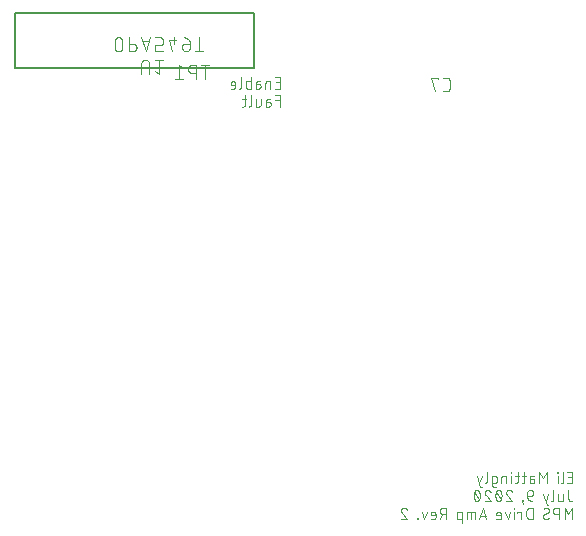
<source format=gbr>
G04 EAGLE Gerber RS-274X export*
G75*
%MOMM*%
%FSLAX34Y34*%
%LPD*%
%INSilkscreen Bottom*%
%IPPOS*%
%AMOC8*
5,1,8,0,0,1.08239X$1,22.5*%
G01*
%ADD10C,0.076200*%
%ADD11C,0.101600*%
%ADD12C,0.152400*%


D10*
X249442Y390271D02*
X253619Y390271D01*
X253619Y399669D01*
X249442Y399669D01*
X250486Y395492D02*
X253619Y395492D01*
X245799Y396536D02*
X245799Y390271D01*
X245799Y396536D02*
X243189Y396536D01*
X243112Y396534D01*
X243036Y396528D01*
X242959Y396519D01*
X242883Y396506D01*
X242809Y396489D01*
X242734Y396469D01*
X242661Y396444D01*
X242590Y396417D01*
X242519Y396386D01*
X242451Y396351D01*
X242384Y396313D01*
X242319Y396272D01*
X242256Y396228D01*
X242196Y396181D01*
X242137Y396130D01*
X242082Y396077D01*
X242029Y396022D01*
X241978Y395963D01*
X241931Y395903D01*
X241887Y395840D01*
X241846Y395775D01*
X241808Y395708D01*
X241773Y395640D01*
X241742Y395569D01*
X241715Y395498D01*
X241690Y395425D01*
X241670Y395351D01*
X241653Y395276D01*
X241640Y395200D01*
X241631Y395124D01*
X241625Y395047D01*
X241623Y394970D01*
X241622Y394970D02*
X241622Y390271D01*
X235788Y393926D02*
X233438Y393926D01*
X235788Y393925D02*
X235872Y393923D01*
X235957Y393917D01*
X236040Y393907D01*
X236124Y393894D01*
X236206Y393876D01*
X236288Y393855D01*
X236369Y393830D01*
X236448Y393802D01*
X236526Y393769D01*
X236602Y393733D01*
X236677Y393694D01*
X236750Y393651D01*
X236821Y393605D01*
X236889Y393556D01*
X236955Y393504D01*
X237019Y393448D01*
X237080Y393390D01*
X237138Y393329D01*
X237194Y393265D01*
X237246Y393199D01*
X237295Y393131D01*
X237341Y393060D01*
X237384Y392987D01*
X237423Y392912D01*
X237459Y392836D01*
X237492Y392758D01*
X237520Y392679D01*
X237545Y392598D01*
X237566Y392516D01*
X237584Y392434D01*
X237597Y392350D01*
X237607Y392267D01*
X237613Y392182D01*
X237615Y392098D01*
X237613Y392014D01*
X237607Y391929D01*
X237597Y391846D01*
X237584Y391762D01*
X237566Y391680D01*
X237545Y391598D01*
X237520Y391517D01*
X237492Y391438D01*
X237459Y391360D01*
X237423Y391284D01*
X237384Y391209D01*
X237341Y391136D01*
X237295Y391065D01*
X237246Y390997D01*
X237194Y390931D01*
X237138Y390867D01*
X237080Y390806D01*
X237019Y390748D01*
X236955Y390692D01*
X236889Y390640D01*
X236821Y390591D01*
X236750Y390545D01*
X236677Y390502D01*
X236602Y390463D01*
X236526Y390427D01*
X236448Y390394D01*
X236369Y390366D01*
X236288Y390341D01*
X236206Y390320D01*
X236124Y390302D01*
X236040Y390289D01*
X235957Y390279D01*
X235872Y390273D01*
X235788Y390271D01*
X233438Y390271D01*
X233438Y394970D01*
X233439Y394970D02*
X233441Y395047D01*
X233447Y395123D01*
X233456Y395200D01*
X233469Y395276D01*
X233486Y395351D01*
X233506Y395425D01*
X233531Y395498D01*
X233558Y395569D01*
X233589Y395640D01*
X233624Y395708D01*
X233662Y395775D01*
X233703Y395840D01*
X233747Y395903D01*
X233794Y395963D01*
X233845Y396022D01*
X233898Y396077D01*
X233953Y396130D01*
X234012Y396181D01*
X234072Y396228D01*
X234135Y396272D01*
X234200Y396313D01*
X234267Y396351D01*
X234335Y396386D01*
X234406Y396417D01*
X234477Y396444D01*
X234550Y396469D01*
X234625Y396489D01*
X234700Y396506D01*
X234775Y396519D01*
X234852Y396528D01*
X234928Y396534D01*
X235005Y396536D01*
X237093Y396536D01*
X228990Y399669D02*
X228990Y390271D01*
X226379Y390271D01*
X226302Y390273D01*
X226226Y390279D01*
X226149Y390288D01*
X226073Y390301D01*
X225999Y390318D01*
X225924Y390338D01*
X225851Y390363D01*
X225780Y390390D01*
X225709Y390421D01*
X225641Y390456D01*
X225574Y390494D01*
X225509Y390535D01*
X225446Y390579D01*
X225386Y390626D01*
X225327Y390677D01*
X225272Y390730D01*
X225219Y390785D01*
X225168Y390844D01*
X225121Y390904D01*
X225077Y390967D01*
X225036Y391032D01*
X224998Y391099D01*
X224963Y391167D01*
X224932Y391238D01*
X224905Y391309D01*
X224880Y391382D01*
X224860Y391456D01*
X224843Y391531D01*
X224830Y391607D01*
X224821Y391683D01*
X224815Y391760D01*
X224813Y391837D01*
X224813Y394970D01*
X224815Y395047D01*
X224821Y395123D01*
X224830Y395200D01*
X224843Y395276D01*
X224860Y395351D01*
X224880Y395425D01*
X224905Y395498D01*
X224932Y395569D01*
X224963Y395640D01*
X224998Y395708D01*
X225036Y395775D01*
X225077Y395840D01*
X225121Y395903D01*
X225168Y395963D01*
X225219Y396022D01*
X225272Y396077D01*
X225327Y396130D01*
X225386Y396181D01*
X225446Y396228D01*
X225509Y396272D01*
X225574Y396313D01*
X225641Y396351D01*
X225709Y396386D01*
X225780Y396417D01*
X225851Y396444D01*
X225924Y396469D01*
X225999Y396489D01*
X226074Y396506D01*
X226149Y396519D01*
X226226Y396528D01*
X226302Y396534D01*
X226379Y396536D01*
X228990Y396536D01*
X220985Y399669D02*
X220985Y391837D01*
X220983Y391760D01*
X220977Y391684D01*
X220968Y391607D01*
X220955Y391531D01*
X220938Y391456D01*
X220918Y391382D01*
X220893Y391309D01*
X220866Y391238D01*
X220835Y391167D01*
X220800Y391099D01*
X220762Y391032D01*
X220721Y390967D01*
X220677Y390904D01*
X220630Y390844D01*
X220579Y390785D01*
X220526Y390730D01*
X220471Y390677D01*
X220412Y390626D01*
X220352Y390579D01*
X220289Y390535D01*
X220224Y390494D01*
X220157Y390456D01*
X220089Y390421D01*
X220018Y390390D01*
X219947Y390363D01*
X219874Y390338D01*
X219800Y390318D01*
X219725Y390301D01*
X219649Y390288D01*
X219572Y390279D01*
X219496Y390273D01*
X219419Y390271D01*
X214668Y390271D02*
X212057Y390271D01*
X214668Y390271D02*
X214745Y390273D01*
X214821Y390279D01*
X214898Y390288D01*
X214974Y390301D01*
X215049Y390318D01*
X215123Y390338D01*
X215196Y390363D01*
X215267Y390390D01*
X215338Y390421D01*
X215406Y390456D01*
X215473Y390494D01*
X215538Y390535D01*
X215601Y390579D01*
X215661Y390626D01*
X215720Y390677D01*
X215775Y390730D01*
X215828Y390785D01*
X215879Y390844D01*
X215926Y390904D01*
X215970Y390967D01*
X216011Y391032D01*
X216049Y391099D01*
X216084Y391167D01*
X216115Y391238D01*
X216142Y391309D01*
X216167Y391382D01*
X216187Y391456D01*
X216204Y391531D01*
X216217Y391607D01*
X216226Y391684D01*
X216232Y391760D01*
X216234Y391837D01*
X216234Y394448D01*
X216233Y394448D02*
X216231Y394538D01*
X216225Y394627D01*
X216216Y394717D01*
X216202Y394806D01*
X216185Y394894D01*
X216164Y394981D01*
X216139Y395068D01*
X216110Y395153D01*
X216078Y395237D01*
X216043Y395319D01*
X216003Y395400D01*
X215961Y395479D01*
X215915Y395556D01*
X215865Y395631D01*
X215813Y395704D01*
X215757Y395775D01*
X215699Y395843D01*
X215637Y395908D01*
X215573Y395971D01*
X215506Y396031D01*
X215437Y396088D01*
X215365Y396142D01*
X215291Y396193D01*
X215215Y396241D01*
X215137Y396285D01*
X215057Y396326D01*
X214975Y396364D01*
X214892Y396398D01*
X214807Y396428D01*
X214721Y396455D01*
X214635Y396478D01*
X214547Y396497D01*
X214458Y396512D01*
X214369Y396524D01*
X214280Y396532D01*
X214190Y396536D01*
X214100Y396536D01*
X214010Y396532D01*
X213921Y396524D01*
X213832Y396512D01*
X213743Y396497D01*
X213655Y396478D01*
X213569Y396455D01*
X213483Y396428D01*
X213398Y396398D01*
X213315Y396364D01*
X213233Y396326D01*
X213153Y396285D01*
X213075Y396241D01*
X212999Y396193D01*
X212925Y396142D01*
X212853Y396088D01*
X212784Y396031D01*
X212717Y395971D01*
X212653Y395908D01*
X212591Y395843D01*
X212533Y395775D01*
X212477Y395704D01*
X212425Y395631D01*
X212375Y395556D01*
X212329Y395479D01*
X212287Y395400D01*
X212247Y395319D01*
X212212Y395237D01*
X212180Y395153D01*
X212151Y395068D01*
X212126Y394981D01*
X212105Y394894D01*
X212088Y394806D01*
X212074Y394717D01*
X212065Y394627D01*
X212059Y394538D01*
X212057Y394448D01*
X212057Y393404D01*
X216234Y393404D01*
X253619Y384429D02*
X253619Y375031D01*
X253619Y384429D02*
X249442Y384429D01*
X249442Y380252D02*
X253619Y380252D01*
X244322Y378686D02*
X241973Y378686D01*
X244322Y378685D02*
X244406Y378683D01*
X244491Y378677D01*
X244574Y378667D01*
X244658Y378654D01*
X244740Y378636D01*
X244822Y378615D01*
X244903Y378590D01*
X244982Y378562D01*
X245060Y378529D01*
X245136Y378493D01*
X245211Y378454D01*
X245284Y378411D01*
X245355Y378365D01*
X245423Y378316D01*
X245489Y378264D01*
X245553Y378208D01*
X245614Y378150D01*
X245672Y378089D01*
X245728Y378025D01*
X245780Y377959D01*
X245829Y377891D01*
X245875Y377820D01*
X245918Y377747D01*
X245957Y377672D01*
X245993Y377596D01*
X246026Y377518D01*
X246054Y377439D01*
X246079Y377358D01*
X246100Y377276D01*
X246118Y377194D01*
X246131Y377110D01*
X246141Y377027D01*
X246147Y376942D01*
X246149Y376858D01*
X246147Y376774D01*
X246141Y376689D01*
X246131Y376606D01*
X246118Y376522D01*
X246100Y376440D01*
X246079Y376358D01*
X246054Y376277D01*
X246026Y376198D01*
X245993Y376120D01*
X245957Y376044D01*
X245918Y375969D01*
X245875Y375896D01*
X245829Y375825D01*
X245780Y375757D01*
X245728Y375691D01*
X245672Y375627D01*
X245614Y375566D01*
X245553Y375508D01*
X245489Y375452D01*
X245423Y375400D01*
X245355Y375351D01*
X245284Y375305D01*
X245211Y375262D01*
X245136Y375223D01*
X245060Y375187D01*
X244982Y375154D01*
X244903Y375126D01*
X244822Y375101D01*
X244740Y375080D01*
X244658Y375062D01*
X244574Y375049D01*
X244491Y375039D01*
X244406Y375033D01*
X244322Y375031D01*
X241973Y375031D01*
X241973Y379730D01*
X241975Y379807D01*
X241981Y379883D01*
X241990Y379960D01*
X242003Y380036D01*
X242020Y380111D01*
X242040Y380185D01*
X242065Y380258D01*
X242092Y380329D01*
X242123Y380400D01*
X242158Y380468D01*
X242196Y380535D01*
X242237Y380600D01*
X242281Y380663D01*
X242328Y380723D01*
X242379Y380782D01*
X242432Y380837D01*
X242487Y380890D01*
X242546Y380941D01*
X242606Y380988D01*
X242669Y381032D01*
X242734Y381073D01*
X242801Y381111D01*
X242869Y381146D01*
X242940Y381177D01*
X243011Y381204D01*
X243084Y381229D01*
X243159Y381249D01*
X243234Y381266D01*
X243309Y381279D01*
X243386Y381288D01*
X243462Y381294D01*
X243539Y381296D01*
X245628Y381296D01*
X237570Y381296D02*
X237570Y376597D01*
X237569Y376597D02*
X237567Y376520D01*
X237561Y376444D01*
X237552Y376367D01*
X237539Y376291D01*
X237522Y376216D01*
X237502Y376142D01*
X237477Y376069D01*
X237450Y375998D01*
X237419Y375927D01*
X237384Y375859D01*
X237346Y375792D01*
X237305Y375727D01*
X237261Y375664D01*
X237214Y375604D01*
X237163Y375545D01*
X237110Y375490D01*
X237055Y375437D01*
X236996Y375386D01*
X236936Y375339D01*
X236873Y375295D01*
X236808Y375254D01*
X236741Y375216D01*
X236673Y375181D01*
X236602Y375150D01*
X236531Y375123D01*
X236458Y375098D01*
X236384Y375078D01*
X236309Y375061D01*
X236233Y375048D01*
X236156Y375039D01*
X236080Y375033D01*
X236003Y375031D01*
X233393Y375031D01*
X233393Y381296D01*
X229215Y384429D02*
X229215Y376597D01*
X229214Y376597D02*
X229212Y376520D01*
X229206Y376444D01*
X229197Y376367D01*
X229184Y376291D01*
X229167Y376216D01*
X229147Y376142D01*
X229122Y376069D01*
X229095Y375998D01*
X229064Y375927D01*
X229029Y375859D01*
X228991Y375792D01*
X228950Y375727D01*
X228906Y375664D01*
X228859Y375604D01*
X228808Y375545D01*
X228755Y375490D01*
X228700Y375437D01*
X228641Y375386D01*
X228581Y375339D01*
X228518Y375295D01*
X228453Y375254D01*
X228386Y375216D01*
X228318Y375181D01*
X228247Y375150D01*
X228176Y375123D01*
X228103Y375098D01*
X228029Y375078D01*
X227954Y375061D01*
X227878Y375048D01*
X227801Y375039D01*
X227725Y375033D01*
X227648Y375031D01*
X225232Y381296D02*
X222099Y381296D01*
X224188Y384429D02*
X224188Y376597D01*
X224186Y376520D01*
X224180Y376444D01*
X224171Y376367D01*
X224158Y376291D01*
X224141Y376216D01*
X224121Y376142D01*
X224096Y376069D01*
X224069Y375998D01*
X224038Y375927D01*
X224003Y375859D01*
X223965Y375792D01*
X223924Y375727D01*
X223880Y375664D01*
X223833Y375604D01*
X223782Y375545D01*
X223729Y375490D01*
X223674Y375437D01*
X223615Y375386D01*
X223555Y375339D01*
X223492Y375295D01*
X223427Y375254D01*
X223360Y375216D01*
X223292Y375181D01*
X223221Y375150D01*
X223150Y375123D01*
X223077Y375098D01*
X223003Y375078D01*
X222928Y375061D01*
X222852Y375048D01*
X222775Y375039D01*
X222699Y375033D01*
X222622Y375031D01*
X222099Y375031D01*
X497092Y56261D02*
X501269Y56261D01*
X501269Y65659D01*
X497092Y65659D01*
X498136Y61482D02*
X501269Y61482D01*
X493629Y57827D02*
X493629Y65659D01*
X493628Y57827D02*
X493626Y57750D01*
X493620Y57674D01*
X493611Y57597D01*
X493598Y57521D01*
X493581Y57446D01*
X493561Y57372D01*
X493536Y57299D01*
X493509Y57228D01*
X493478Y57157D01*
X493443Y57089D01*
X493405Y57022D01*
X493364Y56957D01*
X493320Y56894D01*
X493273Y56834D01*
X493222Y56775D01*
X493169Y56720D01*
X493114Y56667D01*
X493055Y56616D01*
X492995Y56569D01*
X492932Y56525D01*
X492867Y56484D01*
X492800Y56446D01*
X492732Y56411D01*
X492661Y56380D01*
X492590Y56353D01*
X492517Y56328D01*
X492443Y56308D01*
X492368Y56291D01*
X492292Y56278D01*
X492215Y56269D01*
X492139Y56263D01*
X492062Y56261D01*
X488922Y56261D02*
X488922Y62526D01*
X489183Y65137D02*
X489183Y65659D01*
X488661Y65659D01*
X488661Y65137D01*
X489183Y65137D01*
X479863Y65659D02*
X479863Y56261D01*
X476731Y60438D02*
X479863Y65659D01*
X476731Y60438D02*
X473598Y65659D01*
X473598Y56261D01*
X467588Y59916D02*
X465239Y59916D01*
X467588Y59915D02*
X467672Y59913D01*
X467757Y59907D01*
X467840Y59897D01*
X467924Y59884D01*
X468006Y59866D01*
X468088Y59845D01*
X468169Y59820D01*
X468248Y59792D01*
X468326Y59759D01*
X468402Y59723D01*
X468477Y59684D01*
X468550Y59641D01*
X468621Y59595D01*
X468689Y59546D01*
X468755Y59494D01*
X468819Y59438D01*
X468880Y59380D01*
X468938Y59319D01*
X468994Y59255D01*
X469046Y59189D01*
X469095Y59121D01*
X469141Y59050D01*
X469184Y58977D01*
X469223Y58902D01*
X469259Y58826D01*
X469292Y58748D01*
X469320Y58669D01*
X469345Y58588D01*
X469366Y58506D01*
X469384Y58424D01*
X469397Y58340D01*
X469407Y58257D01*
X469413Y58172D01*
X469415Y58088D01*
X469413Y58004D01*
X469407Y57919D01*
X469397Y57836D01*
X469384Y57752D01*
X469366Y57670D01*
X469345Y57588D01*
X469320Y57507D01*
X469292Y57428D01*
X469259Y57350D01*
X469223Y57274D01*
X469184Y57199D01*
X469141Y57126D01*
X469095Y57055D01*
X469046Y56987D01*
X468994Y56921D01*
X468938Y56857D01*
X468880Y56796D01*
X468819Y56738D01*
X468755Y56682D01*
X468689Y56630D01*
X468621Y56581D01*
X468550Y56535D01*
X468477Y56492D01*
X468402Y56453D01*
X468326Y56417D01*
X468248Y56384D01*
X468169Y56356D01*
X468088Y56331D01*
X468006Y56310D01*
X467924Y56292D01*
X467840Y56279D01*
X467757Y56269D01*
X467672Y56263D01*
X467588Y56261D01*
X465239Y56261D01*
X465239Y60960D01*
X465241Y61037D01*
X465247Y61113D01*
X465256Y61190D01*
X465269Y61266D01*
X465286Y61341D01*
X465306Y61415D01*
X465331Y61488D01*
X465358Y61559D01*
X465389Y61630D01*
X465424Y61698D01*
X465462Y61765D01*
X465503Y61830D01*
X465547Y61893D01*
X465594Y61953D01*
X465645Y62012D01*
X465698Y62067D01*
X465753Y62120D01*
X465812Y62171D01*
X465872Y62218D01*
X465935Y62262D01*
X466000Y62303D01*
X466067Y62341D01*
X466135Y62376D01*
X466206Y62407D01*
X466277Y62434D01*
X466350Y62459D01*
X466425Y62479D01*
X466500Y62496D01*
X466575Y62509D01*
X466652Y62518D01*
X466728Y62524D01*
X466805Y62526D01*
X468894Y62526D01*
X461909Y62526D02*
X458777Y62526D01*
X460865Y65659D02*
X460865Y57827D01*
X460863Y57750D01*
X460857Y57674D01*
X460848Y57597D01*
X460835Y57521D01*
X460818Y57446D01*
X460798Y57372D01*
X460773Y57299D01*
X460746Y57228D01*
X460715Y57157D01*
X460680Y57089D01*
X460642Y57022D01*
X460601Y56957D01*
X460557Y56894D01*
X460510Y56834D01*
X460459Y56775D01*
X460406Y56720D01*
X460351Y56667D01*
X460292Y56616D01*
X460232Y56569D01*
X460169Y56525D01*
X460104Y56484D01*
X460037Y56446D01*
X459969Y56411D01*
X459898Y56380D01*
X459827Y56353D01*
X459754Y56328D01*
X459680Y56308D01*
X459605Y56291D01*
X459529Y56278D01*
X459452Y56269D01*
X459376Y56263D01*
X459299Y56261D01*
X458777Y56261D01*
X456118Y62526D02*
X452986Y62526D01*
X455074Y65659D02*
X455074Y57827D01*
X455072Y57750D01*
X455066Y57674D01*
X455057Y57597D01*
X455044Y57521D01*
X455027Y57446D01*
X455007Y57372D01*
X454982Y57299D01*
X454955Y57228D01*
X454924Y57157D01*
X454889Y57089D01*
X454851Y57022D01*
X454810Y56957D01*
X454766Y56894D01*
X454719Y56834D01*
X454668Y56775D01*
X454615Y56720D01*
X454560Y56667D01*
X454501Y56616D01*
X454441Y56569D01*
X454378Y56525D01*
X454313Y56484D01*
X454246Y56446D01*
X454178Y56411D01*
X454107Y56380D01*
X454036Y56353D01*
X453963Y56328D01*
X453889Y56308D01*
X453814Y56291D01*
X453738Y56278D01*
X453661Y56269D01*
X453585Y56263D01*
X453508Y56261D01*
X452986Y56261D01*
X449604Y56261D02*
X449604Y62526D01*
X449865Y65137D02*
X449865Y65659D01*
X449342Y65659D01*
X449342Y65137D01*
X449865Y65137D01*
X445596Y62526D02*
X445596Y56261D01*
X445596Y62526D02*
X442985Y62526D01*
X442908Y62524D01*
X442832Y62518D01*
X442755Y62509D01*
X442679Y62496D01*
X442605Y62479D01*
X442530Y62459D01*
X442457Y62434D01*
X442386Y62407D01*
X442315Y62376D01*
X442247Y62341D01*
X442180Y62303D01*
X442115Y62262D01*
X442052Y62218D01*
X441992Y62171D01*
X441933Y62120D01*
X441878Y62067D01*
X441825Y62012D01*
X441774Y61953D01*
X441727Y61893D01*
X441683Y61830D01*
X441642Y61765D01*
X441604Y61698D01*
X441569Y61630D01*
X441538Y61559D01*
X441511Y61488D01*
X441486Y61415D01*
X441466Y61341D01*
X441449Y61266D01*
X441436Y61190D01*
X441427Y61114D01*
X441421Y61037D01*
X441419Y60960D01*
X441419Y56261D01*
X435846Y56261D02*
X433235Y56261D01*
X435846Y56261D02*
X435923Y56263D01*
X435999Y56269D01*
X436076Y56278D01*
X436152Y56291D01*
X436227Y56308D01*
X436301Y56328D01*
X436374Y56353D01*
X436445Y56380D01*
X436516Y56411D01*
X436584Y56446D01*
X436651Y56484D01*
X436716Y56525D01*
X436779Y56569D01*
X436839Y56616D01*
X436898Y56667D01*
X436953Y56720D01*
X437006Y56775D01*
X437057Y56834D01*
X437104Y56894D01*
X437148Y56957D01*
X437189Y57022D01*
X437227Y57089D01*
X437262Y57157D01*
X437293Y57228D01*
X437320Y57299D01*
X437345Y57372D01*
X437365Y57446D01*
X437382Y57521D01*
X437395Y57597D01*
X437404Y57674D01*
X437410Y57750D01*
X437412Y57827D01*
X437412Y60960D01*
X437410Y61037D01*
X437404Y61113D01*
X437395Y61190D01*
X437382Y61266D01*
X437365Y61341D01*
X437345Y61415D01*
X437320Y61488D01*
X437293Y61559D01*
X437262Y61630D01*
X437227Y61698D01*
X437189Y61765D01*
X437148Y61830D01*
X437104Y61893D01*
X437057Y61953D01*
X437006Y62012D01*
X436953Y62067D01*
X436898Y62120D01*
X436839Y62171D01*
X436779Y62218D01*
X436716Y62262D01*
X436651Y62303D01*
X436584Y62341D01*
X436516Y62376D01*
X436445Y62407D01*
X436374Y62434D01*
X436301Y62459D01*
X436227Y62479D01*
X436152Y62496D01*
X436076Y62509D01*
X435999Y62518D01*
X435923Y62524D01*
X435846Y62526D01*
X433235Y62526D01*
X433235Y54695D01*
X433236Y54695D02*
X433238Y54618D01*
X433244Y54542D01*
X433253Y54465D01*
X433266Y54389D01*
X433283Y54314D01*
X433303Y54240D01*
X433328Y54167D01*
X433355Y54096D01*
X433386Y54025D01*
X433421Y53957D01*
X433459Y53890D01*
X433500Y53825D01*
X433544Y53762D01*
X433591Y53702D01*
X433642Y53643D01*
X433695Y53588D01*
X433750Y53535D01*
X433809Y53484D01*
X433869Y53437D01*
X433932Y53393D01*
X433997Y53352D01*
X434064Y53314D01*
X434132Y53279D01*
X434203Y53248D01*
X434274Y53221D01*
X434347Y53196D01*
X434421Y53176D01*
X434496Y53159D01*
X434572Y53146D01*
X434649Y53137D01*
X434725Y53131D01*
X434802Y53129D01*
X434802Y53128D02*
X436890Y53128D01*
X429011Y57827D02*
X429011Y65659D01*
X429011Y57827D02*
X429009Y57750D01*
X429003Y57674D01*
X428994Y57597D01*
X428981Y57521D01*
X428964Y57446D01*
X428944Y57372D01*
X428919Y57299D01*
X428892Y57228D01*
X428861Y57157D01*
X428826Y57089D01*
X428788Y57022D01*
X428747Y56957D01*
X428703Y56894D01*
X428656Y56834D01*
X428605Y56775D01*
X428552Y56720D01*
X428497Y56667D01*
X428438Y56616D01*
X428378Y56569D01*
X428315Y56525D01*
X428250Y56484D01*
X428183Y56446D01*
X428115Y56411D01*
X428044Y56380D01*
X427973Y56353D01*
X427900Y56328D01*
X427826Y56308D01*
X427751Y56291D01*
X427675Y56278D01*
X427598Y56269D01*
X427522Y56263D01*
X427445Y56261D01*
X424565Y53128D02*
X423521Y53128D01*
X420388Y62526D01*
X424565Y62526D02*
X422476Y56261D01*
X498136Y50419D02*
X498136Y43109D01*
X498137Y43109D02*
X498139Y43020D01*
X498145Y42932D01*
X498154Y42844D01*
X498167Y42756D01*
X498184Y42669D01*
X498204Y42583D01*
X498229Y42498D01*
X498256Y42413D01*
X498288Y42330D01*
X498322Y42249D01*
X498361Y42169D01*
X498402Y42091D01*
X498447Y42014D01*
X498495Y41940D01*
X498546Y41867D01*
X498600Y41797D01*
X498658Y41730D01*
X498718Y41664D01*
X498780Y41602D01*
X498846Y41542D01*
X498913Y41484D01*
X498983Y41430D01*
X499056Y41379D01*
X499130Y41331D01*
X499207Y41286D01*
X499285Y41245D01*
X499365Y41206D01*
X499446Y41172D01*
X499529Y41140D01*
X499614Y41113D01*
X499699Y41088D01*
X499785Y41068D01*
X499872Y41051D01*
X499960Y41038D01*
X500048Y41029D01*
X500136Y41023D01*
X500225Y41021D01*
X501269Y41021D01*
X493727Y42587D02*
X493727Y47286D01*
X493727Y42587D02*
X493725Y42510D01*
X493719Y42434D01*
X493710Y42357D01*
X493697Y42281D01*
X493680Y42206D01*
X493660Y42132D01*
X493635Y42059D01*
X493608Y41988D01*
X493577Y41917D01*
X493542Y41849D01*
X493504Y41782D01*
X493463Y41717D01*
X493419Y41654D01*
X493372Y41594D01*
X493321Y41535D01*
X493268Y41480D01*
X493213Y41427D01*
X493154Y41376D01*
X493094Y41329D01*
X493031Y41285D01*
X492966Y41244D01*
X492899Y41206D01*
X492831Y41171D01*
X492760Y41140D01*
X492689Y41113D01*
X492616Y41088D01*
X492542Y41068D01*
X492467Y41051D01*
X492391Y41038D01*
X492314Y41029D01*
X492238Y41023D01*
X492161Y41021D01*
X489551Y41021D01*
X489551Y47286D01*
X485372Y50419D02*
X485372Y42587D01*
X485370Y42510D01*
X485364Y42434D01*
X485355Y42357D01*
X485342Y42281D01*
X485325Y42206D01*
X485305Y42132D01*
X485280Y42059D01*
X485253Y41988D01*
X485222Y41917D01*
X485187Y41849D01*
X485149Y41782D01*
X485108Y41717D01*
X485064Y41654D01*
X485017Y41594D01*
X484966Y41535D01*
X484913Y41480D01*
X484858Y41427D01*
X484799Y41376D01*
X484739Y41329D01*
X484676Y41285D01*
X484611Y41244D01*
X484544Y41206D01*
X484476Y41171D01*
X484405Y41140D01*
X484334Y41113D01*
X484261Y41088D01*
X484187Y41068D01*
X484112Y41051D01*
X484036Y41038D01*
X483959Y41029D01*
X483883Y41023D01*
X483806Y41021D01*
X480926Y37888D02*
X479882Y37888D01*
X476749Y47286D01*
X480926Y47286D02*
X478837Y41021D01*
X466253Y45198D02*
X463121Y45198D01*
X466253Y45198D02*
X466342Y45200D01*
X466430Y45206D01*
X466518Y45215D01*
X466606Y45228D01*
X466693Y45245D01*
X466779Y45265D01*
X466864Y45290D01*
X466949Y45317D01*
X467032Y45349D01*
X467113Y45383D01*
X467193Y45422D01*
X467271Y45463D01*
X467348Y45508D01*
X467422Y45556D01*
X467495Y45607D01*
X467565Y45661D01*
X467632Y45719D01*
X467698Y45779D01*
X467760Y45841D01*
X467820Y45907D01*
X467878Y45974D01*
X467932Y46044D01*
X467983Y46117D01*
X468031Y46191D01*
X468076Y46268D01*
X468117Y46346D01*
X468156Y46426D01*
X468190Y46507D01*
X468222Y46590D01*
X468249Y46675D01*
X468274Y46760D01*
X468294Y46846D01*
X468311Y46933D01*
X468324Y47021D01*
X468333Y47109D01*
X468339Y47197D01*
X468341Y47286D01*
X468342Y47286D02*
X468342Y47808D01*
X468340Y47909D01*
X468334Y48010D01*
X468324Y48111D01*
X468311Y48211D01*
X468293Y48311D01*
X468272Y48410D01*
X468246Y48508D01*
X468217Y48605D01*
X468185Y48701D01*
X468148Y48795D01*
X468108Y48888D01*
X468064Y48980D01*
X468017Y49069D01*
X467966Y49157D01*
X467912Y49243D01*
X467855Y49326D01*
X467795Y49408D01*
X467731Y49486D01*
X467665Y49563D01*
X467595Y49636D01*
X467523Y49707D01*
X467448Y49775D01*
X467370Y49840D01*
X467290Y49902D01*
X467208Y49961D01*
X467123Y50017D01*
X467037Y50069D01*
X466948Y50118D01*
X466857Y50164D01*
X466765Y50205D01*
X466671Y50244D01*
X466576Y50278D01*
X466480Y50309D01*
X466382Y50336D01*
X466284Y50360D01*
X466184Y50379D01*
X466084Y50395D01*
X465984Y50407D01*
X465883Y50415D01*
X465782Y50419D01*
X465680Y50419D01*
X465579Y50415D01*
X465478Y50407D01*
X465378Y50395D01*
X465278Y50379D01*
X465178Y50360D01*
X465080Y50336D01*
X464982Y50309D01*
X464886Y50278D01*
X464791Y50244D01*
X464697Y50205D01*
X464605Y50164D01*
X464514Y50118D01*
X464426Y50069D01*
X464339Y50017D01*
X464254Y49961D01*
X464172Y49902D01*
X464092Y49840D01*
X464014Y49775D01*
X463939Y49707D01*
X463867Y49636D01*
X463797Y49563D01*
X463731Y49486D01*
X463667Y49408D01*
X463607Y49326D01*
X463550Y49243D01*
X463496Y49157D01*
X463445Y49069D01*
X463398Y48980D01*
X463354Y48888D01*
X463314Y48795D01*
X463277Y48701D01*
X463245Y48605D01*
X463216Y48508D01*
X463190Y48410D01*
X463169Y48311D01*
X463151Y48211D01*
X463138Y48111D01*
X463128Y48010D01*
X463122Y47909D01*
X463120Y47808D01*
X463121Y47808D02*
X463121Y45198D01*
X463120Y45198D02*
X463122Y45072D01*
X463128Y44946D01*
X463137Y44820D01*
X463150Y44695D01*
X463168Y44570D01*
X463188Y44445D01*
X463213Y44321D01*
X463241Y44198D01*
X463273Y44076D01*
X463309Y43955D01*
X463348Y43835D01*
X463391Y43717D01*
X463438Y43600D01*
X463488Y43484D01*
X463542Y43369D01*
X463598Y43257D01*
X463659Y43146D01*
X463722Y43037D01*
X463789Y42930D01*
X463859Y42825D01*
X463933Y42722D01*
X464009Y42622D01*
X464088Y42524D01*
X464170Y42428D01*
X464256Y42335D01*
X464343Y42244D01*
X464434Y42157D01*
X464527Y42071D01*
X464623Y41989D01*
X464721Y41910D01*
X464821Y41834D01*
X464924Y41760D01*
X465029Y41690D01*
X465136Y41623D01*
X465245Y41560D01*
X465356Y41499D01*
X465468Y41443D01*
X465583Y41389D01*
X465699Y41339D01*
X465816Y41292D01*
X465934Y41249D01*
X466054Y41210D01*
X466175Y41174D01*
X466297Y41142D01*
X466420Y41114D01*
X466544Y41089D01*
X466669Y41069D01*
X466794Y41051D01*
X466919Y41038D01*
X467045Y41029D01*
X467171Y41023D01*
X467297Y41021D01*
X459625Y41021D02*
X459103Y41021D01*
X459625Y41021D02*
X459625Y41543D01*
X459103Y41543D01*
X459103Y41021D01*
X459886Y38933D01*
X447792Y50420D02*
X447697Y50418D01*
X447603Y50412D01*
X447509Y50403D01*
X447415Y50390D01*
X447322Y50373D01*
X447230Y50352D01*
X447138Y50327D01*
X447048Y50299D01*
X446959Y50267D01*
X446871Y50232D01*
X446785Y50193D01*
X446700Y50151D01*
X446617Y50105D01*
X446536Y50056D01*
X446457Y50004D01*
X446380Y49949D01*
X446306Y49890D01*
X446234Y49829D01*
X446164Y49765D01*
X446097Y49698D01*
X446033Y49628D01*
X445972Y49556D01*
X445913Y49482D01*
X445858Y49405D01*
X445806Y49326D01*
X445757Y49245D01*
X445711Y49162D01*
X445669Y49077D01*
X445630Y48991D01*
X445595Y48903D01*
X445563Y48814D01*
X445535Y48724D01*
X445510Y48632D01*
X445489Y48540D01*
X445472Y48447D01*
X445459Y48353D01*
X445450Y48259D01*
X445444Y48165D01*
X445442Y48070D01*
X447792Y50419D02*
X447900Y50417D01*
X448009Y50411D01*
X448117Y50401D01*
X448224Y50388D01*
X448331Y50370D01*
X448438Y50349D01*
X448543Y50324D01*
X448648Y50295D01*
X448751Y50263D01*
X448853Y50226D01*
X448954Y50186D01*
X449053Y50143D01*
X449151Y50096D01*
X449247Y50045D01*
X449341Y49991D01*
X449433Y49934D01*
X449523Y49873D01*
X449611Y49809D01*
X449696Y49743D01*
X449779Y49673D01*
X449859Y49600D01*
X449937Y49524D01*
X450012Y49446D01*
X450084Y49365D01*
X450153Y49281D01*
X450219Y49195D01*
X450282Y49107D01*
X450341Y49016D01*
X450398Y48924D01*
X450451Y48829D01*
X450500Y48732D01*
X450546Y48634D01*
X450589Y48535D01*
X450628Y48433D01*
X450663Y48331D01*
X446225Y46242D02*
X446156Y46311D01*
X446090Y46382D01*
X446026Y46455D01*
X445965Y46531D01*
X445907Y46610D01*
X445853Y46690D01*
X445801Y46773D01*
X445753Y46857D01*
X445707Y46943D01*
X445666Y47031D01*
X445627Y47121D01*
X445592Y47212D01*
X445561Y47304D01*
X445533Y47397D01*
X445509Y47491D01*
X445489Y47586D01*
X445472Y47682D01*
X445459Y47779D01*
X445450Y47876D01*
X445444Y47973D01*
X445442Y48070D01*
X446225Y46242D02*
X450663Y41021D01*
X445442Y41021D01*
X441520Y45720D02*
X441518Y45905D01*
X441511Y46090D01*
X441500Y46274D01*
X441485Y46458D01*
X441465Y46642D01*
X441441Y46826D01*
X441412Y47008D01*
X441379Y47190D01*
X441342Y47371D01*
X441300Y47551D01*
X441254Y47731D01*
X441204Y47909D01*
X441150Y48085D01*
X441091Y48261D01*
X441029Y48435D01*
X440962Y48607D01*
X440891Y48778D01*
X440816Y48947D01*
X440737Y49114D01*
X440707Y49194D01*
X440674Y49273D01*
X440637Y49350D01*
X440597Y49426D01*
X440554Y49500D01*
X440508Y49572D01*
X440458Y49641D01*
X440406Y49709D01*
X440350Y49774D01*
X440292Y49837D01*
X440230Y49896D01*
X440167Y49954D01*
X440100Y50008D01*
X440032Y50059D01*
X439961Y50107D01*
X439888Y50152D01*
X439814Y50194D01*
X439737Y50232D01*
X439659Y50267D01*
X439580Y50299D01*
X439499Y50327D01*
X439417Y50351D01*
X439333Y50372D01*
X439250Y50389D01*
X439165Y50402D01*
X439080Y50411D01*
X438995Y50417D01*
X438909Y50419D01*
X438823Y50417D01*
X438738Y50411D01*
X438653Y50402D01*
X438568Y50389D01*
X438485Y50372D01*
X438401Y50351D01*
X438319Y50327D01*
X438239Y50299D01*
X438159Y50267D01*
X438081Y50232D01*
X438004Y50194D01*
X437930Y50152D01*
X437857Y50107D01*
X437786Y50059D01*
X437718Y50008D01*
X437651Y49954D01*
X437588Y49896D01*
X437527Y49837D01*
X437468Y49774D01*
X437413Y49709D01*
X437360Y49641D01*
X437310Y49572D01*
X437264Y49500D01*
X437221Y49426D01*
X437181Y49350D01*
X437144Y49273D01*
X437111Y49194D01*
X437081Y49114D01*
X437002Y48947D01*
X436927Y48778D01*
X436856Y48607D01*
X436789Y48435D01*
X436727Y48261D01*
X436668Y48085D01*
X436614Y47909D01*
X436564Y47731D01*
X436518Y47551D01*
X436476Y47371D01*
X436439Y47190D01*
X436406Y47008D01*
X436377Y46826D01*
X436353Y46642D01*
X436333Y46458D01*
X436318Y46274D01*
X436307Y46090D01*
X436300Y45905D01*
X436298Y45720D01*
X441520Y45720D02*
X441518Y45535D01*
X441511Y45350D01*
X441500Y45166D01*
X441485Y44982D01*
X441465Y44798D01*
X441441Y44614D01*
X441412Y44432D01*
X441379Y44250D01*
X441342Y44069D01*
X441300Y43889D01*
X441254Y43709D01*
X441204Y43531D01*
X441150Y43355D01*
X441091Y43179D01*
X441029Y43005D01*
X440962Y42833D01*
X440891Y42662D01*
X440816Y42493D01*
X440737Y42326D01*
X440707Y42246D01*
X440674Y42167D01*
X440637Y42090D01*
X440597Y42014D01*
X440554Y41940D01*
X440508Y41868D01*
X440458Y41799D01*
X440405Y41731D01*
X440350Y41666D01*
X440291Y41603D01*
X440230Y41544D01*
X440167Y41486D01*
X440100Y41432D01*
X440032Y41381D01*
X439961Y41333D01*
X439888Y41288D01*
X439814Y41246D01*
X439737Y41208D01*
X439659Y41173D01*
X439580Y41141D01*
X439499Y41113D01*
X439417Y41089D01*
X439333Y41068D01*
X439250Y41051D01*
X439165Y41038D01*
X439080Y41029D01*
X438995Y41023D01*
X438909Y41021D01*
X437081Y42326D02*
X437002Y42493D01*
X436927Y42662D01*
X436856Y42833D01*
X436789Y43005D01*
X436727Y43179D01*
X436668Y43355D01*
X436614Y43531D01*
X436564Y43709D01*
X436518Y43889D01*
X436476Y44069D01*
X436439Y44250D01*
X436406Y44432D01*
X436377Y44614D01*
X436353Y44798D01*
X436333Y44982D01*
X436318Y45166D01*
X436307Y45350D01*
X436300Y45535D01*
X436298Y45720D01*
X437081Y42326D02*
X437111Y42246D01*
X437144Y42167D01*
X437181Y42090D01*
X437221Y42014D01*
X437264Y41940D01*
X437310Y41868D01*
X437360Y41799D01*
X437413Y41731D01*
X437468Y41666D01*
X437527Y41603D01*
X437588Y41544D01*
X437651Y41486D01*
X437718Y41432D01*
X437786Y41381D01*
X437857Y41333D01*
X437930Y41288D01*
X438004Y41246D01*
X438081Y41208D01*
X438159Y41173D01*
X438239Y41141D01*
X438319Y41113D01*
X438401Y41089D01*
X438485Y41068D01*
X438568Y41051D01*
X438653Y41038D01*
X438738Y41029D01*
X438823Y41023D01*
X438909Y41021D01*
X440997Y43109D02*
X436820Y48331D01*
X429504Y50420D02*
X429409Y50418D01*
X429315Y50412D01*
X429221Y50403D01*
X429127Y50390D01*
X429034Y50373D01*
X428942Y50352D01*
X428850Y50327D01*
X428760Y50299D01*
X428671Y50267D01*
X428583Y50232D01*
X428497Y50193D01*
X428412Y50151D01*
X428329Y50105D01*
X428248Y50056D01*
X428169Y50004D01*
X428092Y49949D01*
X428018Y49890D01*
X427946Y49829D01*
X427876Y49765D01*
X427809Y49698D01*
X427745Y49628D01*
X427684Y49556D01*
X427625Y49482D01*
X427570Y49405D01*
X427518Y49326D01*
X427469Y49245D01*
X427423Y49162D01*
X427381Y49077D01*
X427342Y48991D01*
X427307Y48903D01*
X427275Y48814D01*
X427247Y48724D01*
X427222Y48632D01*
X427201Y48540D01*
X427184Y48447D01*
X427171Y48353D01*
X427162Y48259D01*
X427156Y48165D01*
X427154Y48070D01*
X429504Y50419D02*
X429612Y50417D01*
X429721Y50411D01*
X429829Y50401D01*
X429936Y50388D01*
X430043Y50370D01*
X430150Y50349D01*
X430255Y50324D01*
X430360Y50295D01*
X430463Y50263D01*
X430565Y50226D01*
X430666Y50186D01*
X430765Y50143D01*
X430863Y50096D01*
X430959Y50045D01*
X431053Y49991D01*
X431145Y49934D01*
X431235Y49873D01*
X431323Y49809D01*
X431408Y49743D01*
X431491Y49673D01*
X431571Y49600D01*
X431649Y49524D01*
X431724Y49446D01*
X431796Y49365D01*
X431865Y49281D01*
X431931Y49195D01*
X431994Y49107D01*
X432053Y49016D01*
X432110Y48924D01*
X432163Y48829D01*
X432212Y48732D01*
X432258Y48634D01*
X432301Y48535D01*
X432340Y48433D01*
X432375Y48331D01*
X427937Y46242D02*
X427868Y46311D01*
X427802Y46382D01*
X427738Y46455D01*
X427677Y46531D01*
X427619Y46610D01*
X427565Y46690D01*
X427513Y46773D01*
X427465Y46857D01*
X427419Y46943D01*
X427378Y47031D01*
X427339Y47121D01*
X427304Y47212D01*
X427273Y47304D01*
X427245Y47397D01*
X427221Y47491D01*
X427201Y47586D01*
X427184Y47682D01*
X427171Y47779D01*
X427162Y47876D01*
X427156Y47973D01*
X427154Y48070D01*
X427938Y46242D02*
X432375Y41021D01*
X427154Y41021D01*
X423232Y45720D02*
X423230Y45905D01*
X423223Y46090D01*
X423212Y46274D01*
X423197Y46458D01*
X423177Y46642D01*
X423153Y46826D01*
X423124Y47008D01*
X423091Y47190D01*
X423054Y47371D01*
X423012Y47551D01*
X422966Y47731D01*
X422916Y47909D01*
X422862Y48085D01*
X422803Y48261D01*
X422741Y48435D01*
X422674Y48607D01*
X422603Y48778D01*
X422528Y48947D01*
X422449Y49114D01*
X422419Y49194D01*
X422386Y49273D01*
X422349Y49350D01*
X422309Y49426D01*
X422266Y49500D01*
X422220Y49572D01*
X422170Y49641D01*
X422118Y49709D01*
X422062Y49774D01*
X422004Y49837D01*
X421942Y49896D01*
X421879Y49954D01*
X421812Y50008D01*
X421744Y50059D01*
X421673Y50107D01*
X421600Y50152D01*
X421526Y50194D01*
X421449Y50232D01*
X421371Y50267D01*
X421292Y50299D01*
X421211Y50327D01*
X421129Y50351D01*
X421045Y50372D01*
X420962Y50389D01*
X420877Y50402D01*
X420792Y50411D01*
X420707Y50417D01*
X420621Y50419D01*
X420535Y50417D01*
X420450Y50411D01*
X420365Y50402D01*
X420280Y50389D01*
X420197Y50372D01*
X420113Y50351D01*
X420031Y50327D01*
X419951Y50299D01*
X419871Y50267D01*
X419793Y50232D01*
X419716Y50194D01*
X419642Y50152D01*
X419569Y50107D01*
X419498Y50059D01*
X419430Y50008D01*
X419363Y49954D01*
X419300Y49896D01*
X419239Y49837D01*
X419180Y49774D01*
X419125Y49709D01*
X419072Y49641D01*
X419022Y49572D01*
X418976Y49500D01*
X418933Y49426D01*
X418893Y49350D01*
X418856Y49273D01*
X418823Y49194D01*
X418793Y49114D01*
X418714Y48947D01*
X418639Y48778D01*
X418568Y48607D01*
X418501Y48435D01*
X418439Y48261D01*
X418380Y48085D01*
X418326Y47909D01*
X418276Y47731D01*
X418230Y47551D01*
X418188Y47371D01*
X418151Y47190D01*
X418118Y47008D01*
X418089Y46826D01*
X418065Y46642D01*
X418045Y46458D01*
X418030Y46274D01*
X418019Y46090D01*
X418012Y45905D01*
X418010Y45720D01*
X423232Y45720D02*
X423230Y45535D01*
X423223Y45350D01*
X423212Y45166D01*
X423197Y44982D01*
X423177Y44798D01*
X423153Y44614D01*
X423124Y44432D01*
X423091Y44250D01*
X423054Y44069D01*
X423012Y43889D01*
X422966Y43709D01*
X422916Y43531D01*
X422862Y43355D01*
X422803Y43179D01*
X422741Y43005D01*
X422674Y42833D01*
X422603Y42662D01*
X422528Y42493D01*
X422449Y42326D01*
X422419Y42246D01*
X422386Y42167D01*
X422349Y42090D01*
X422309Y42014D01*
X422266Y41940D01*
X422220Y41868D01*
X422170Y41799D01*
X422117Y41731D01*
X422062Y41666D01*
X422003Y41603D01*
X421942Y41544D01*
X421879Y41486D01*
X421812Y41432D01*
X421744Y41381D01*
X421673Y41333D01*
X421600Y41288D01*
X421526Y41246D01*
X421449Y41208D01*
X421371Y41173D01*
X421292Y41141D01*
X421211Y41113D01*
X421129Y41089D01*
X421045Y41068D01*
X420962Y41051D01*
X420877Y41038D01*
X420792Y41029D01*
X420707Y41023D01*
X420621Y41021D01*
X418793Y42326D02*
X418714Y42493D01*
X418639Y42662D01*
X418568Y42833D01*
X418501Y43005D01*
X418439Y43179D01*
X418380Y43355D01*
X418326Y43531D01*
X418276Y43709D01*
X418230Y43889D01*
X418188Y44069D01*
X418151Y44250D01*
X418118Y44432D01*
X418089Y44614D01*
X418065Y44798D01*
X418045Y44982D01*
X418030Y45166D01*
X418019Y45350D01*
X418012Y45535D01*
X418010Y45720D01*
X418793Y42326D02*
X418823Y42246D01*
X418856Y42167D01*
X418893Y42090D01*
X418933Y42014D01*
X418976Y41940D01*
X419022Y41868D01*
X419072Y41799D01*
X419125Y41731D01*
X419180Y41666D01*
X419239Y41603D01*
X419300Y41544D01*
X419363Y41486D01*
X419430Y41432D01*
X419498Y41381D01*
X419569Y41333D01*
X419642Y41288D01*
X419716Y41246D01*
X419793Y41208D01*
X419871Y41173D01*
X419951Y41141D01*
X420031Y41113D01*
X420113Y41089D01*
X420197Y41068D01*
X420280Y41051D01*
X420365Y41038D01*
X420450Y41029D01*
X420535Y41023D01*
X420621Y41021D01*
X422709Y43109D02*
X418533Y48331D01*
X501269Y35179D02*
X501269Y25781D01*
X498136Y29958D02*
X501269Y35179D01*
X498136Y29958D02*
X495004Y35179D01*
X495004Y25781D01*
X490253Y25781D02*
X490253Y35179D01*
X487642Y35179D01*
X487541Y35177D01*
X487440Y35171D01*
X487339Y35161D01*
X487239Y35148D01*
X487139Y35130D01*
X487040Y35109D01*
X486942Y35083D01*
X486845Y35054D01*
X486749Y35022D01*
X486655Y34985D01*
X486562Y34945D01*
X486470Y34901D01*
X486381Y34854D01*
X486293Y34803D01*
X486207Y34749D01*
X486124Y34692D01*
X486042Y34632D01*
X485964Y34568D01*
X485887Y34502D01*
X485814Y34432D01*
X485743Y34360D01*
X485675Y34285D01*
X485610Y34207D01*
X485548Y34127D01*
X485489Y34045D01*
X485433Y33960D01*
X485381Y33874D01*
X485332Y33785D01*
X485286Y33694D01*
X485245Y33602D01*
X485206Y33508D01*
X485172Y33413D01*
X485141Y33317D01*
X485114Y33219D01*
X485090Y33121D01*
X485071Y33021D01*
X485055Y32921D01*
X485043Y32821D01*
X485035Y32720D01*
X485031Y32619D01*
X485031Y32517D01*
X485035Y32416D01*
X485043Y32315D01*
X485055Y32215D01*
X485071Y32115D01*
X485090Y32015D01*
X485114Y31917D01*
X485141Y31819D01*
X485172Y31723D01*
X485206Y31628D01*
X485245Y31534D01*
X485286Y31442D01*
X485332Y31351D01*
X485381Y31263D01*
X485433Y31176D01*
X485489Y31091D01*
X485548Y31009D01*
X485610Y30929D01*
X485675Y30851D01*
X485743Y30776D01*
X485814Y30704D01*
X485887Y30634D01*
X485964Y30568D01*
X486042Y30504D01*
X486124Y30444D01*
X486207Y30387D01*
X486293Y30333D01*
X486381Y30282D01*
X486470Y30235D01*
X486562Y30191D01*
X486655Y30151D01*
X486749Y30114D01*
X486845Y30082D01*
X486942Y30053D01*
X487040Y30027D01*
X487139Y30006D01*
X487239Y29988D01*
X487339Y29975D01*
X487440Y29965D01*
X487541Y29959D01*
X487642Y29957D01*
X487642Y29958D02*
X490253Y29958D01*
X478717Y25781D02*
X478628Y25783D01*
X478540Y25789D01*
X478452Y25798D01*
X478364Y25811D01*
X478277Y25828D01*
X478191Y25848D01*
X478106Y25873D01*
X478021Y25900D01*
X477938Y25932D01*
X477857Y25966D01*
X477777Y26005D01*
X477699Y26046D01*
X477622Y26091D01*
X477548Y26139D01*
X477475Y26190D01*
X477405Y26244D01*
X477338Y26302D01*
X477272Y26362D01*
X477210Y26424D01*
X477150Y26490D01*
X477092Y26557D01*
X477038Y26627D01*
X476987Y26700D01*
X476939Y26774D01*
X476894Y26851D01*
X476853Y26929D01*
X476814Y27009D01*
X476780Y27090D01*
X476748Y27173D01*
X476721Y27258D01*
X476696Y27343D01*
X476676Y27429D01*
X476659Y27516D01*
X476646Y27604D01*
X476637Y27692D01*
X476631Y27780D01*
X476629Y27869D01*
X478717Y25781D02*
X478846Y25783D01*
X478975Y25789D01*
X479104Y25798D01*
X479232Y25811D01*
X479360Y25828D01*
X479487Y25849D01*
X479614Y25873D01*
X479740Y25901D01*
X479865Y25933D01*
X479989Y25968D01*
X480112Y26007D01*
X480234Y26050D01*
X480354Y26096D01*
X480473Y26146D01*
X480591Y26199D01*
X480707Y26255D01*
X480821Y26315D01*
X480934Y26378D01*
X481044Y26445D01*
X481153Y26514D01*
X481259Y26587D01*
X481364Y26663D01*
X481466Y26742D01*
X481566Y26824D01*
X481663Y26908D01*
X481758Y26996D01*
X481850Y27086D01*
X481588Y33091D02*
X481586Y33180D01*
X481580Y33268D01*
X481571Y33356D01*
X481558Y33444D01*
X481541Y33531D01*
X481521Y33617D01*
X481496Y33702D01*
X481469Y33787D01*
X481437Y33870D01*
X481403Y33951D01*
X481364Y34031D01*
X481323Y34109D01*
X481278Y34186D01*
X481230Y34260D01*
X481179Y34333D01*
X481125Y34403D01*
X481067Y34470D01*
X481007Y34536D01*
X480945Y34598D01*
X480879Y34658D01*
X480812Y34716D01*
X480742Y34770D01*
X480669Y34821D01*
X480595Y34869D01*
X480518Y34914D01*
X480440Y34955D01*
X480360Y34994D01*
X480279Y35028D01*
X480196Y35060D01*
X480111Y35087D01*
X480026Y35112D01*
X479940Y35132D01*
X479853Y35149D01*
X479765Y35162D01*
X479677Y35171D01*
X479589Y35177D01*
X479500Y35179D01*
X479380Y35177D01*
X479260Y35172D01*
X479141Y35162D01*
X479021Y35150D01*
X478902Y35133D01*
X478784Y35113D01*
X478666Y35089D01*
X478550Y35062D01*
X478434Y35031D01*
X478319Y34997D01*
X478205Y34959D01*
X478092Y34917D01*
X477981Y34872D01*
X477871Y34824D01*
X477763Y34773D01*
X477656Y34718D01*
X477551Y34660D01*
X477448Y34598D01*
X477347Y34534D01*
X477247Y34466D01*
X477150Y34396D01*
X480544Y31264D02*
X480622Y31312D01*
X480698Y31364D01*
X480771Y31418D01*
X480842Y31476D01*
X480911Y31537D01*
X480977Y31601D01*
X481040Y31668D01*
X481100Y31737D01*
X481157Y31809D01*
X481211Y31883D01*
X481261Y31960D01*
X481309Y32039D01*
X481352Y32119D01*
X481393Y32202D01*
X481429Y32286D01*
X481462Y32371D01*
X481491Y32458D01*
X481517Y32547D01*
X481539Y32636D01*
X481556Y32726D01*
X481570Y32816D01*
X481580Y32908D01*
X481586Y32999D01*
X481588Y33091D01*
X477672Y29696D02*
X477594Y29648D01*
X477518Y29596D01*
X477445Y29542D01*
X477374Y29484D01*
X477305Y29423D01*
X477239Y29359D01*
X477176Y29292D01*
X477116Y29223D01*
X477059Y29151D01*
X477005Y29077D01*
X476955Y29000D01*
X476907Y28921D01*
X476864Y28841D01*
X476823Y28758D01*
X476787Y28674D01*
X476754Y28589D01*
X476725Y28502D01*
X476699Y28413D01*
X476677Y28324D01*
X476660Y28234D01*
X476646Y28144D01*
X476636Y28052D01*
X476630Y27961D01*
X476628Y27869D01*
X477673Y29697D02*
X480544Y31263D01*
X467829Y35179D02*
X467829Y25781D01*
X467829Y35179D02*
X465218Y35179D01*
X465118Y35177D01*
X465018Y35171D01*
X464919Y35162D01*
X464819Y35148D01*
X464721Y35131D01*
X464623Y35110D01*
X464526Y35086D01*
X464430Y35057D01*
X464335Y35025D01*
X464242Y34990D01*
X464150Y34951D01*
X464059Y34908D01*
X463971Y34862D01*
X463884Y34812D01*
X463799Y34760D01*
X463716Y34704D01*
X463635Y34645D01*
X463557Y34582D01*
X463481Y34517D01*
X463407Y34449D01*
X463337Y34379D01*
X463269Y34305D01*
X463204Y34229D01*
X463141Y34151D01*
X463082Y34070D01*
X463026Y33987D01*
X462974Y33902D01*
X462924Y33815D01*
X462878Y33727D01*
X462835Y33636D01*
X462796Y33544D01*
X462761Y33451D01*
X462729Y33356D01*
X462700Y33260D01*
X462676Y33163D01*
X462655Y33065D01*
X462638Y32967D01*
X462624Y32867D01*
X462615Y32768D01*
X462609Y32668D01*
X462607Y32568D01*
X462608Y32568D02*
X462608Y28392D01*
X462607Y28392D02*
X462609Y28292D01*
X462615Y28192D01*
X462624Y28093D01*
X462638Y27993D01*
X462655Y27895D01*
X462676Y27797D01*
X462700Y27700D01*
X462729Y27604D01*
X462761Y27509D01*
X462796Y27416D01*
X462835Y27324D01*
X462878Y27233D01*
X462924Y27145D01*
X462974Y27058D01*
X463026Y26973D01*
X463082Y26890D01*
X463141Y26809D01*
X463204Y26731D01*
X463269Y26655D01*
X463337Y26581D01*
X463407Y26511D01*
X463481Y26443D01*
X463557Y26378D01*
X463635Y26315D01*
X463716Y26256D01*
X463799Y26200D01*
X463884Y26148D01*
X463971Y26098D01*
X464059Y26052D01*
X464150Y26009D01*
X464242Y25970D01*
X464335Y25935D01*
X464430Y25903D01*
X464526Y25874D01*
X464623Y25850D01*
X464721Y25829D01*
X464819Y25812D01*
X464919Y25798D01*
X465018Y25789D01*
X465118Y25783D01*
X465218Y25781D01*
X467829Y25781D01*
X458111Y25781D02*
X458111Y32046D01*
X454978Y32046D01*
X454978Y31002D01*
X452112Y32046D02*
X452112Y25781D01*
X452373Y34657D02*
X452373Y35179D01*
X451851Y35179D01*
X451851Y34657D01*
X452373Y34657D01*
X448714Y32046D02*
X446625Y25781D01*
X444537Y32046D01*
X439528Y25781D02*
X436917Y25781D01*
X439528Y25781D02*
X439605Y25783D01*
X439681Y25789D01*
X439758Y25798D01*
X439834Y25811D01*
X439909Y25828D01*
X439983Y25848D01*
X440056Y25873D01*
X440127Y25900D01*
X440198Y25931D01*
X440266Y25966D01*
X440333Y26004D01*
X440398Y26045D01*
X440461Y26089D01*
X440521Y26136D01*
X440580Y26187D01*
X440635Y26240D01*
X440688Y26295D01*
X440739Y26354D01*
X440786Y26414D01*
X440830Y26477D01*
X440871Y26542D01*
X440909Y26609D01*
X440944Y26677D01*
X440975Y26748D01*
X441002Y26819D01*
X441027Y26892D01*
X441047Y26966D01*
X441064Y27041D01*
X441077Y27117D01*
X441086Y27194D01*
X441092Y27270D01*
X441094Y27347D01*
X441094Y29958D01*
X441093Y29958D02*
X441091Y30048D01*
X441085Y30137D01*
X441076Y30227D01*
X441062Y30316D01*
X441045Y30404D01*
X441024Y30491D01*
X440999Y30578D01*
X440970Y30663D01*
X440938Y30747D01*
X440903Y30829D01*
X440863Y30910D01*
X440821Y30989D01*
X440775Y31066D01*
X440725Y31141D01*
X440673Y31214D01*
X440617Y31285D01*
X440559Y31353D01*
X440497Y31418D01*
X440433Y31481D01*
X440366Y31541D01*
X440297Y31598D01*
X440225Y31652D01*
X440151Y31703D01*
X440075Y31751D01*
X439997Y31795D01*
X439917Y31836D01*
X439835Y31874D01*
X439752Y31908D01*
X439667Y31938D01*
X439581Y31965D01*
X439495Y31988D01*
X439407Y32007D01*
X439318Y32022D01*
X439229Y32034D01*
X439140Y32042D01*
X439050Y32046D01*
X438960Y32046D01*
X438870Y32042D01*
X438781Y32034D01*
X438692Y32022D01*
X438603Y32007D01*
X438515Y31988D01*
X438429Y31965D01*
X438343Y31938D01*
X438258Y31908D01*
X438175Y31874D01*
X438093Y31836D01*
X438013Y31795D01*
X437935Y31751D01*
X437859Y31703D01*
X437785Y31652D01*
X437713Y31598D01*
X437644Y31541D01*
X437577Y31481D01*
X437513Y31418D01*
X437451Y31353D01*
X437393Y31285D01*
X437337Y31214D01*
X437285Y31141D01*
X437235Y31066D01*
X437189Y30989D01*
X437147Y30910D01*
X437107Y30829D01*
X437072Y30747D01*
X437040Y30663D01*
X437011Y30578D01*
X436986Y30491D01*
X436965Y30404D01*
X436948Y30316D01*
X436934Y30227D01*
X436925Y30137D01*
X436919Y30048D01*
X436917Y29958D01*
X436917Y28914D01*
X441094Y28914D01*
X428727Y25781D02*
X425594Y35179D01*
X422462Y25781D01*
X423245Y28131D02*
X427944Y28131D01*
X418669Y25781D02*
X418669Y32046D01*
X413970Y32046D01*
X413893Y32044D01*
X413817Y32038D01*
X413740Y32029D01*
X413664Y32016D01*
X413589Y31999D01*
X413515Y31979D01*
X413442Y31954D01*
X413371Y31927D01*
X413300Y31896D01*
X413232Y31861D01*
X413165Y31823D01*
X413100Y31782D01*
X413037Y31738D01*
X412977Y31691D01*
X412918Y31640D01*
X412863Y31587D01*
X412810Y31532D01*
X412759Y31473D01*
X412712Y31413D01*
X412668Y31350D01*
X412627Y31285D01*
X412589Y31218D01*
X412554Y31150D01*
X412523Y31079D01*
X412496Y31008D01*
X412471Y30935D01*
X412451Y30861D01*
X412434Y30786D01*
X412421Y30710D01*
X412412Y30633D01*
X412406Y30557D01*
X412404Y30480D01*
X412403Y30480D02*
X412403Y25781D01*
X415536Y25781D02*
X415536Y32046D01*
X407825Y32046D02*
X407825Y22648D01*
X407825Y32046D02*
X405215Y32046D01*
X405138Y32044D01*
X405062Y32038D01*
X404985Y32029D01*
X404909Y32016D01*
X404835Y31999D01*
X404760Y31979D01*
X404687Y31954D01*
X404616Y31927D01*
X404545Y31896D01*
X404477Y31861D01*
X404410Y31823D01*
X404345Y31782D01*
X404282Y31738D01*
X404222Y31691D01*
X404163Y31640D01*
X404108Y31587D01*
X404055Y31532D01*
X404004Y31473D01*
X403957Y31413D01*
X403913Y31350D01*
X403872Y31285D01*
X403834Y31218D01*
X403799Y31150D01*
X403768Y31079D01*
X403741Y31008D01*
X403716Y30935D01*
X403696Y30861D01*
X403679Y30786D01*
X403666Y30710D01*
X403657Y30634D01*
X403651Y30557D01*
X403649Y30480D01*
X403648Y30480D02*
X403648Y27347D01*
X403649Y27347D02*
X403651Y27270D01*
X403657Y27194D01*
X403666Y27117D01*
X403679Y27041D01*
X403696Y26966D01*
X403716Y26892D01*
X403741Y26819D01*
X403768Y26748D01*
X403799Y26677D01*
X403834Y26609D01*
X403872Y26542D01*
X403913Y26477D01*
X403957Y26414D01*
X404004Y26354D01*
X404055Y26295D01*
X404108Y26240D01*
X404163Y26187D01*
X404222Y26136D01*
X404282Y26089D01*
X404345Y26045D01*
X404410Y26004D01*
X404477Y25966D01*
X404545Y25931D01*
X404616Y25900D01*
X404687Y25873D01*
X404760Y25848D01*
X404835Y25828D01*
X404910Y25811D01*
X404985Y25798D01*
X405062Y25789D01*
X405138Y25783D01*
X405215Y25781D01*
X407825Y25781D01*
X394620Y25781D02*
X394620Y35179D01*
X392010Y35179D01*
X391909Y35177D01*
X391808Y35171D01*
X391707Y35161D01*
X391607Y35148D01*
X391507Y35130D01*
X391408Y35109D01*
X391310Y35083D01*
X391213Y35054D01*
X391117Y35022D01*
X391023Y34985D01*
X390930Y34945D01*
X390838Y34901D01*
X390749Y34854D01*
X390661Y34803D01*
X390575Y34749D01*
X390492Y34692D01*
X390410Y34632D01*
X390332Y34568D01*
X390255Y34502D01*
X390182Y34432D01*
X390111Y34360D01*
X390043Y34285D01*
X389978Y34207D01*
X389916Y34127D01*
X389857Y34045D01*
X389801Y33960D01*
X389749Y33874D01*
X389700Y33785D01*
X389654Y33694D01*
X389613Y33602D01*
X389574Y33508D01*
X389540Y33413D01*
X389509Y33317D01*
X389482Y33219D01*
X389458Y33121D01*
X389439Y33021D01*
X389423Y32921D01*
X389411Y32821D01*
X389403Y32720D01*
X389399Y32619D01*
X389399Y32517D01*
X389403Y32416D01*
X389411Y32315D01*
X389423Y32215D01*
X389439Y32115D01*
X389458Y32015D01*
X389482Y31917D01*
X389509Y31819D01*
X389540Y31723D01*
X389574Y31628D01*
X389613Y31534D01*
X389654Y31442D01*
X389700Y31351D01*
X389749Y31263D01*
X389801Y31176D01*
X389857Y31091D01*
X389916Y31009D01*
X389978Y30929D01*
X390043Y30851D01*
X390111Y30776D01*
X390182Y30704D01*
X390255Y30634D01*
X390332Y30568D01*
X390410Y30504D01*
X390492Y30444D01*
X390575Y30387D01*
X390661Y30333D01*
X390749Y30282D01*
X390838Y30235D01*
X390930Y30191D01*
X391023Y30151D01*
X391117Y30114D01*
X391213Y30082D01*
X391310Y30053D01*
X391408Y30027D01*
X391507Y30006D01*
X391607Y29988D01*
X391707Y29975D01*
X391808Y29965D01*
X391909Y29959D01*
X392010Y29957D01*
X392010Y29958D02*
X394620Y29958D01*
X391487Y29958D02*
X389399Y25781D01*
X384054Y25781D02*
X381444Y25781D01*
X384054Y25781D02*
X384131Y25783D01*
X384207Y25789D01*
X384284Y25798D01*
X384360Y25811D01*
X384435Y25828D01*
X384509Y25848D01*
X384582Y25873D01*
X384653Y25900D01*
X384724Y25931D01*
X384792Y25966D01*
X384859Y26004D01*
X384924Y26045D01*
X384987Y26089D01*
X385047Y26136D01*
X385106Y26187D01*
X385161Y26240D01*
X385214Y26295D01*
X385265Y26354D01*
X385312Y26414D01*
X385356Y26477D01*
X385397Y26542D01*
X385435Y26609D01*
X385470Y26677D01*
X385501Y26748D01*
X385528Y26819D01*
X385553Y26892D01*
X385573Y26966D01*
X385590Y27041D01*
X385603Y27117D01*
X385612Y27194D01*
X385618Y27270D01*
X385620Y27347D01*
X385621Y27347D02*
X385621Y29958D01*
X385620Y29958D02*
X385618Y30048D01*
X385612Y30137D01*
X385603Y30227D01*
X385589Y30316D01*
X385572Y30404D01*
X385551Y30491D01*
X385526Y30578D01*
X385497Y30663D01*
X385465Y30747D01*
X385430Y30829D01*
X385390Y30910D01*
X385348Y30989D01*
X385302Y31066D01*
X385252Y31141D01*
X385200Y31214D01*
X385144Y31285D01*
X385086Y31353D01*
X385024Y31418D01*
X384960Y31481D01*
X384893Y31541D01*
X384824Y31598D01*
X384752Y31652D01*
X384678Y31703D01*
X384602Y31751D01*
X384524Y31795D01*
X384444Y31836D01*
X384362Y31874D01*
X384279Y31908D01*
X384194Y31938D01*
X384108Y31965D01*
X384022Y31988D01*
X383934Y32007D01*
X383845Y32022D01*
X383756Y32034D01*
X383667Y32042D01*
X383577Y32046D01*
X383487Y32046D01*
X383397Y32042D01*
X383308Y32034D01*
X383219Y32022D01*
X383130Y32007D01*
X383042Y31988D01*
X382956Y31965D01*
X382870Y31938D01*
X382785Y31908D01*
X382702Y31874D01*
X382620Y31836D01*
X382540Y31795D01*
X382462Y31751D01*
X382386Y31703D01*
X382312Y31652D01*
X382240Y31598D01*
X382171Y31541D01*
X382104Y31481D01*
X382040Y31418D01*
X381978Y31353D01*
X381920Y31285D01*
X381864Y31214D01*
X381812Y31141D01*
X381762Y31066D01*
X381716Y30989D01*
X381674Y30910D01*
X381634Y30829D01*
X381599Y30747D01*
X381567Y30663D01*
X381538Y30578D01*
X381513Y30491D01*
X381492Y30404D01*
X381475Y30316D01*
X381461Y30227D01*
X381452Y30137D01*
X381446Y30048D01*
X381444Y29958D01*
X381444Y28914D01*
X385621Y28914D01*
X378001Y32046D02*
X375912Y25781D01*
X373824Y32046D01*
X370687Y26303D02*
X370687Y25781D01*
X370687Y26303D02*
X370165Y26303D01*
X370165Y25781D01*
X370687Y25781D01*
X358887Y35180D02*
X358792Y35178D01*
X358698Y35172D01*
X358604Y35163D01*
X358510Y35150D01*
X358417Y35133D01*
X358325Y35112D01*
X358233Y35087D01*
X358143Y35059D01*
X358054Y35027D01*
X357966Y34992D01*
X357880Y34953D01*
X357795Y34911D01*
X357712Y34865D01*
X357631Y34816D01*
X357552Y34764D01*
X357475Y34709D01*
X357401Y34650D01*
X357329Y34589D01*
X357259Y34525D01*
X357192Y34458D01*
X357128Y34388D01*
X357067Y34316D01*
X357008Y34242D01*
X356953Y34165D01*
X356901Y34086D01*
X356852Y34005D01*
X356806Y33922D01*
X356764Y33837D01*
X356725Y33751D01*
X356690Y33663D01*
X356658Y33574D01*
X356630Y33484D01*
X356605Y33392D01*
X356584Y33300D01*
X356567Y33207D01*
X356554Y33113D01*
X356545Y33019D01*
X356539Y32925D01*
X356537Y32830D01*
X358887Y35179D02*
X358995Y35177D01*
X359104Y35171D01*
X359212Y35161D01*
X359319Y35148D01*
X359426Y35130D01*
X359533Y35109D01*
X359638Y35084D01*
X359743Y35055D01*
X359846Y35023D01*
X359948Y34986D01*
X360049Y34946D01*
X360148Y34903D01*
X360246Y34856D01*
X360342Y34805D01*
X360436Y34751D01*
X360528Y34694D01*
X360618Y34633D01*
X360706Y34569D01*
X360791Y34503D01*
X360874Y34433D01*
X360954Y34360D01*
X361032Y34284D01*
X361107Y34206D01*
X361179Y34125D01*
X361248Y34041D01*
X361314Y33955D01*
X361377Y33867D01*
X361436Y33776D01*
X361493Y33684D01*
X361546Y33589D01*
X361595Y33492D01*
X361641Y33394D01*
X361684Y33295D01*
X361723Y33193D01*
X361758Y33091D01*
X357320Y31002D02*
X357251Y31071D01*
X357185Y31142D01*
X357121Y31215D01*
X357060Y31291D01*
X357002Y31370D01*
X356948Y31450D01*
X356896Y31533D01*
X356848Y31617D01*
X356802Y31703D01*
X356761Y31791D01*
X356722Y31881D01*
X356687Y31972D01*
X356656Y32064D01*
X356628Y32157D01*
X356604Y32251D01*
X356584Y32346D01*
X356567Y32442D01*
X356554Y32539D01*
X356545Y32636D01*
X356539Y32733D01*
X356537Y32830D01*
X357321Y31002D02*
X361759Y25781D01*
X356538Y25781D01*
D11*
X392364Y387858D02*
X394961Y387858D01*
X395060Y387860D01*
X395160Y387866D01*
X395259Y387875D01*
X395357Y387888D01*
X395455Y387905D01*
X395553Y387926D01*
X395649Y387951D01*
X395744Y387979D01*
X395838Y388011D01*
X395931Y388046D01*
X396023Y388085D01*
X396113Y388128D01*
X396201Y388173D01*
X396288Y388223D01*
X396372Y388275D01*
X396455Y388331D01*
X396535Y388389D01*
X396613Y388451D01*
X396688Y388516D01*
X396761Y388584D01*
X396831Y388654D01*
X396899Y388727D01*
X396964Y388802D01*
X397026Y388880D01*
X397084Y388960D01*
X397140Y389043D01*
X397192Y389127D01*
X397242Y389214D01*
X397287Y389302D01*
X397330Y389392D01*
X397369Y389484D01*
X397404Y389577D01*
X397436Y389671D01*
X397464Y389766D01*
X397489Y389862D01*
X397510Y389960D01*
X397527Y390058D01*
X397540Y390156D01*
X397549Y390255D01*
X397555Y390355D01*
X397557Y390454D01*
X397557Y396946D01*
X397555Y397045D01*
X397549Y397145D01*
X397540Y397244D01*
X397527Y397342D01*
X397510Y397440D01*
X397489Y397538D01*
X397464Y397634D01*
X397436Y397729D01*
X397404Y397823D01*
X397369Y397916D01*
X397330Y398008D01*
X397287Y398098D01*
X397242Y398186D01*
X397192Y398273D01*
X397140Y398357D01*
X397084Y398440D01*
X397026Y398520D01*
X396964Y398598D01*
X396899Y398673D01*
X396831Y398746D01*
X396761Y398816D01*
X396688Y398884D01*
X396613Y398949D01*
X396535Y399011D01*
X396455Y399069D01*
X396372Y399125D01*
X396288Y399177D01*
X396201Y399227D01*
X396113Y399272D01*
X396023Y399315D01*
X395931Y399354D01*
X395838Y399389D01*
X395744Y399421D01*
X395649Y399449D01*
X395553Y399474D01*
X395455Y399495D01*
X395357Y399512D01*
X395259Y399525D01*
X395160Y399534D01*
X395060Y399540D01*
X394961Y399542D01*
X392364Y399542D01*
X387999Y399542D02*
X387999Y398244D01*
X387999Y399542D02*
X381508Y399542D01*
X384754Y387858D01*
D12*
X232156Y453898D02*
X29464Y453898D01*
X232156Y453898D02*
X232156Y407670D01*
X29464Y407670D01*
X29464Y453898D01*
D10*
X136525Y411339D02*
X136525Y402717D01*
X136525Y411339D02*
X136527Y411453D01*
X136533Y411568D01*
X136543Y411682D01*
X136557Y411795D01*
X136574Y411909D01*
X136596Y412021D01*
X136621Y412133D01*
X136651Y412243D01*
X136684Y412353D01*
X136721Y412461D01*
X136761Y412568D01*
X136806Y412674D01*
X136853Y412778D01*
X136905Y412880D01*
X136960Y412980D01*
X137018Y413079D01*
X137080Y413175D01*
X137145Y413270D01*
X137213Y413361D01*
X137285Y413451D01*
X137359Y413538D01*
X137436Y413622D01*
X137517Y413704D01*
X137600Y413783D01*
X137685Y413859D01*
X137774Y413932D01*
X137864Y414001D01*
X137957Y414068D01*
X138053Y414131D01*
X138150Y414191D01*
X138250Y414248D01*
X138351Y414301D01*
X138454Y414351D01*
X138559Y414397D01*
X138665Y414440D01*
X138773Y414478D01*
X138882Y414513D01*
X138992Y414544D01*
X139103Y414572D01*
X139215Y414595D01*
X139328Y414615D01*
X139441Y414631D01*
X139555Y414643D01*
X139669Y414651D01*
X139784Y414655D01*
X139898Y414655D01*
X140013Y414651D01*
X140127Y414643D01*
X140241Y414631D01*
X140354Y414615D01*
X140467Y414595D01*
X140579Y414572D01*
X140690Y414544D01*
X140800Y414513D01*
X140909Y414478D01*
X141017Y414440D01*
X141123Y414397D01*
X141228Y414351D01*
X141331Y414301D01*
X141432Y414248D01*
X141532Y414191D01*
X141629Y414131D01*
X141725Y414068D01*
X141818Y414001D01*
X141908Y413932D01*
X141997Y413859D01*
X142082Y413783D01*
X142165Y413704D01*
X142246Y413622D01*
X142323Y413538D01*
X142397Y413451D01*
X142469Y413361D01*
X142537Y413270D01*
X142602Y413175D01*
X142664Y413079D01*
X142722Y412980D01*
X142777Y412880D01*
X142829Y412778D01*
X142876Y412674D01*
X142921Y412568D01*
X142961Y412461D01*
X142998Y412353D01*
X143031Y412243D01*
X143061Y412133D01*
X143086Y412021D01*
X143108Y411909D01*
X143125Y411795D01*
X143139Y411682D01*
X143149Y411568D01*
X143155Y411453D01*
X143157Y411339D01*
X143157Y402717D01*
X148336Y405370D02*
X151652Y402717D01*
X151652Y414655D01*
X148336Y414655D02*
X154968Y414655D01*
X113919Y425083D02*
X113919Y430389D01*
X113919Y425083D02*
X113921Y424969D01*
X113927Y424854D01*
X113937Y424740D01*
X113951Y424627D01*
X113968Y424513D01*
X113990Y424401D01*
X114015Y424289D01*
X114045Y424179D01*
X114078Y424069D01*
X114115Y423961D01*
X114155Y423854D01*
X114200Y423748D01*
X114247Y423644D01*
X114299Y423542D01*
X114354Y423442D01*
X114412Y423343D01*
X114474Y423247D01*
X114539Y423152D01*
X114607Y423061D01*
X114679Y422971D01*
X114753Y422884D01*
X114830Y422800D01*
X114911Y422718D01*
X114994Y422639D01*
X115079Y422563D01*
X115168Y422490D01*
X115258Y422421D01*
X115351Y422354D01*
X115447Y422291D01*
X115544Y422231D01*
X115644Y422174D01*
X115745Y422121D01*
X115848Y422071D01*
X115953Y422025D01*
X116059Y421982D01*
X116167Y421944D01*
X116276Y421909D01*
X116386Y421878D01*
X116497Y421850D01*
X116609Y421827D01*
X116722Y421807D01*
X116835Y421791D01*
X116949Y421779D01*
X117063Y421771D01*
X117178Y421767D01*
X117292Y421767D01*
X117407Y421771D01*
X117521Y421779D01*
X117635Y421791D01*
X117748Y421807D01*
X117861Y421827D01*
X117973Y421850D01*
X118084Y421878D01*
X118194Y421909D01*
X118303Y421944D01*
X118411Y421982D01*
X118517Y422025D01*
X118622Y422071D01*
X118725Y422121D01*
X118826Y422174D01*
X118926Y422231D01*
X119023Y422291D01*
X119119Y422354D01*
X119212Y422421D01*
X119302Y422490D01*
X119391Y422563D01*
X119476Y422639D01*
X119559Y422718D01*
X119640Y422800D01*
X119717Y422884D01*
X119791Y422971D01*
X119863Y423061D01*
X119931Y423152D01*
X119996Y423247D01*
X120058Y423343D01*
X120116Y423442D01*
X120171Y423542D01*
X120223Y423644D01*
X120270Y423748D01*
X120315Y423854D01*
X120355Y423961D01*
X120392Y424069D01*
X120425Y424179D01*
X120455Y424289D01*
X120480Y424401D01*
X120502Y424513D01*
X120519Y424627D01*
X120533Y424740D01*
X120543Y424854D01*
X120549Y424969D01*
X120551Y425083D01*
X120551Y430389D01*
X120549Y430503D01*
X120543Y430618D01*
X120533Y430732D01*
X120519Y430845D01*
X120502Y430959D01*
X120480Y431071D01*
X120455Y431183D01*
X120425Y431293D01*
X120392Y431403D01*
X120355Y431511D01*
X120315Y431618D01*
X120270Y431724D01*
X120223Y431828D01*
X120171Y431930D01*
X120116Y432030D01*
X120058Y432129D01*
X119996Y432225D01*
X119931Y432320D01*
X119863Y432411D01*
X119791Y432501D01*
X119717Y432588D01*
X119640Y432672D01*
X119559Y432754D01*
X119476Y432833D01*
X119391Y432909D01*
X119302Y432982D01*
X119212Y433051D01*
X119119Y433118D01*
X119023Y433181D01*
X118926Y433241D01*
X118826Y433298D01*
X118725Y433351D01*
X118622Y433401D01*
X118517Y433447D01*
X118411Y433490D01*
X118303Y433528D01*
X118194Y433563D01*
X118084Y433594D01*
X117973Y433622D01*
X117861Y433645D01*
X117748Y433665D01*
X117635Y433681D01*
X117521Y433693D01*
X117407Y433701D01*
X117292Y433705D01*
X117178Y433705D01*
X117063Y433701D01*
X116949Y433693D01*
X116835Y433681D01*
X116722Y433665D01*
X116609Y433645D01*
X116497Y433622D01*
X116386Y433594D01*
X116276Y433563D01*
X116167Y433528D01*
X116059Y433490D01*
X115953Y433447D01*
X115848Y433401D01*
X115745Y433351D01*
X115644Y433298D01*
X115544Y433241D01*
X115447Y433181D01*
X115351Y433118D01*
X115258Y433051D01*
X115168Y432982D01*
X115079Y432909D01*
X114994Y432833D01*
X114911Y432754D01*
X114830Y432672D01*
X114753Y432588D01*
X114679Y432501D01*
X114607Y432411D01*
X114539Y432320D01*
X114474Y432225D01*
X114412Y432129D01*
X114354Y432030D01*
X114299Y431930D01*
X114247Y431828D01*
X114200Y431724D01*
X114155Y431618D01*
X114115Y431511D01*
X114078Y431403D01*
X114045Y431293D01*
X114015Y431183D01*
X113990Y431071D01*
X113968Y430959D01*
X113951Y430845D01*
X113937Y430732D01*
X113927Y430618D01*
X113921Y430503D01*
X113919Y430389D01*
X125878Y433705D02*
X125878Y421767D01*
X129194Y421767D01*
X129308Y421769D01*
X129423Y421775D01*
X129537Y421785D01*
X129650Y421799D01*
X129764Y421816D01*
X129876Y421838D01*
X129988Y421863D01*
X130098Y421893D01*
X130208Y421926D01*
X130316Y421963D01*
X130423Y422003D01*
X130529Y422048D01*
X130633Y422095D01*
X130735Y422147D01*
X130835Y422202D01*
X130934Y422260D01*
X131030Y422322D01*
X131125Y422387D01*
X131216Y422455D01*
X131306Y422527D01*
X131393Y422601D01*
X131477Y422678D01*
X131559Y422759D01*
X131638Y422842D01*
X131714Y422927D01*
X131787Y423016D01*
X131856Y423106D01*
X131923Y423199D01*
X131986Y423295D01*
X132046Y423392D01*
X132103Y423492D01*
X132156Y423593D01*
X132206Y423696D01*
X132252Y423801D01*
X132295Y423907D01*
X132333Y424015D01*
X132368Y424124D01*
X132399Y424234D01*
X132427Y424345D01*
X132450Y424457D01*
X132470Y424570D01*
X132486Y424683D01*
X132498Y424797D01*
X132506Y424911D01*
X132510Y425026D01*
X132510Y425140D01*
X132506Y425255D01*
X132498Y425369D01*
X132486Y425483D01*
X132470Y425596D01*
X132450Y425709D01*
X132427Y425821D01*
X132399Y425932D01*
X132368Y426042D01*
X132333Y426151D01*
X132295Y426259D01*
X132252Y426365D01*
X132206Y426470D01*
X132156Y426573D01*
X132103Y426674D01*
X132046Y426774D01*
X131986Y426871D01*
X131923Y426967D01*
X131856Y427060D01*
X131787Y427150D01*
X131714Y427239D01*
X131638Y427324D01*
X131559Y427407D01*
X131477Y427488D01*
X131393Y427565D01*
X131306Y427639D01*
X131216Y427711D01*
X131125Y427779D01*
X131030Y427844D01*
X130934Y427906D01*
X130835Y427964D01*
X130735Y428019D01*
X130633Y428071D01*
X130529Y428118D01*
X130423Y428163D01*
X130316Y428203D01*
X130208Y428240D01*
X130098Y428273D01*
X129988Y428303D01*
X129876Y428328D01*
X129764Y428350D01*
X129650Y428367D01*
X129537Y428381D01*
X129423Y428391D01*
X129308Y428397D01*
X129194Y428399D01*
X125878Y428399D01*
X136116Y433705D02*
X140095Y421767D01*
X144074Y433705D01*
X143080Y430721D02*
X137111Y430721D01*
X148209Y433705D02*
X152188Y433705D01*
X152290Y433703D01*
X152391Y433697D01*
X152492Y433687D01*
X152593Y433674D01*
X152693Y433656D01*
X152792Y433635D01*
X152891Y433610D01*
X152988Y433581D01*
X153085Y433549D01*
X153180Y433513D01*
X153273Y433473D01*
X153365Y433430D01*
X153455Y433383D01*
X153544Y433332D01*
X153630Y433279D01*
X153714Y433222D01*
X153796Y433162D01*
X153876Y433099D01*
X153953Y433033D01*
X154028Y432964D01*
X154100Y432892D01*
X154169Y432817D01*
X154235Y432740D01*
X154298Y432660D01*
X154358Y432578D01*
X154415Y432494D01*
X154468Y432408D01*
X154519Y432319D01*
X154566Y432229D01*
X154609Y432137D01*
X154649Y432044D01*
X154685Y431949D01*
X154717Y431852D01*
X154746Y431755D01*
X154771Y431657D01*
X154792Y431557D01*
X154810Y431457D01*
X154823Y431356D01*
X154833Y431255D01*
X154839Y431154D01*
X154841Y431052D01*
X154841Y429726D01*
X154839Y429624D01*
X154833Y429523D01*
X154823Y429422D01*
X154810Y429321D01*
X154792Y429221D01*
X154771Y429122D01*
X154746Y429023D01*
X154717Y428926D01*
X154685Y428829D01*
X154649Y428734D01*
X154609Y428641D01*
X154566Y428549D01*
X154519Y428459D01*
X154468Y428370D01*
X154415Y428284D01*
X154358Y428200D01*
X154298Y428118D01*
X154235Y428038D01*
X154169Y427961D01*
X154100Y427886D01*
X154028Y427814D01*
X153953Y427745D01*
X153876Y427679D01*
X153796Y427616D01*
X153714Y427556D01*
X153630Y427499D01*
X153544Y427446D01*
X153455Y427395D01*
X153365Y427348D01*
X153273Y427305D01*
X153180Y427265D01*
X153085Y427229D01*
X152988Y427197D01*
X152891Y427168D01*
X152793Y427143D01*
X152693Y427122D01*
X152593Y427104D01*
X152492Y427091D01*
X152391Y427081D01*
X152290Y427075D01*
X152188Y427073D01*
X148209Y427073D01*
X148209Y421767D01*
X154841Y421767D01*
X162292Y421767D02*
X159639Y431052D01*
X166271Y431052D01*
X164281Y428399D02*
X164281Y433705D01*
X173722Y428399D02*
X177701Y428399D01*
X173722Y428399D02*
X173620Y428397D01*
X173519Y428391D01*
X173418Y428381D01*
X173317Y428368D01*
X173217Y428350D01*
X173118Y428329D01*
X173019Y428304D01*
X172922Y428275D01*
X172825Y428243D01*
X172730Y428207D01*
X172637Y428167D01*
X172545Y428124D01*
X172455Y428077D01*
X172366Y428026D01*
X172280Y427973D01*
X172196Y427916D01*
X172114Y427856D01*
X172034Y427793D01*
X171957Y427727D01*
X171882Y427658D01*
X171810Y427586D01*
X171741Y427511D01*
X171675Y427434D01*
X171612Y427354D01*
X171552Y427272D01*
X171495Y427188D01*
X171442Y427102D01*
X171391Y427013D01*
X171344Y426923D01*
X171301Y426831D01*
X171261Y426738D01*
X171225Y426643D01*
X171193Y426546D01*
X171164Y426449D01*
X171139Y426350D01*
X171118Y426251D01*
X171100Y426151D01*
X171087Y426050D01*
X171077Y425949D01*
X171071Y425848D01*
X171069Y425746D01*
X171069Y425083D01*
X171071Y424969D01*
X171077Y424854D01*
X171087Y424740D01*
X171101Y424627D01*
X171118Y424513D01*
X171140Y424401D01*
X171165Y424289D01*
X171195Y424179D01*
X171228Y424069D01*
X171265Y423961D01*
X171305Y423854D01*
X171350Y423748D01*
X171397Y423644D01*
X171449Y423542D01*
X171504Y423442D01*
X171562Y423343D01*
X171624Y423247D01*
X171689Y423152D01*
X171757Y423061D01*
X171829Y422971D01*
X171903Y422884D01*
X171980Y422800D01*
X172061Y422718D01*
X172144Y422639D01*
X172229Y422563D01*
X172318Y422490D01*
X172408Y422421D01*
X172501Y422354D01*
X172597Y422291D01*
X172694Y422231D01*
X172794Y422174D01*
X172895Y422121D01*
X172998Y422071D01*
X173103Y422025D01*
X173209Y421982D01*
X173317Y421944D01*
X173426Y421909D01*
X173536Y421878D01*
X173647Y421850D01*
X173759Y421827D01*
X173872Y421807D01*
X173985Y421791D01*
X174099Y421779D01*
X174213Y421771D01*
X174328Y421767D01*
X174442Y421767D01*
X174557Y421771D01*
X174671Y421779D01*
X174785Y421791D01*
X174898Y421807D01*
X175011Y421827D01*
X175123Y421850D01*
X175234Y421878D01*
X175344Y421909D01*
X175453Y421944D01*
X175561Y421982D01*
X175667Y422025D01*
X175772Y422071D01*
X175875Y422121D01*
X175976Y422174D01*
X176076Y422231D01*
X176173Y422291D01*
X176269Y422354D01*
X176362Y422421D01*
X176452Y422490D01*
X176541Y422563D01*
X176626Y422639D01*
X176709Y422718D01*
X176790Y422800D01*
X176867Y422884D01*
X176941Y422971D01*
X177013Y423061D01*
X177081Y423152D01*
X177146Y423247D01*
X177208Y423343D01*
X177266Y423442D01*
X177321Y423542D01*
X177373Y423644D01*
X177420Y423748D01*
X177465Y423854D01*
X177505Y423961D01*
X177542Y424069D01*
X177575Y424179D01*
X177605Y424289D01*
X177630Y424401D01*
X177652Y424513D01*
X177669Y424627D01*
X177683Y424740D01*
X177693Y424854D01*
X177699Y424969D01*
X177701Y425083D01*
X177701Y428399D01*
X177699Y428543D01*
X177693Y428686D01*
X177683Y428830D01*
X177670Y428973D01*
X177652Y429115D01*
X177631Y429257D01*
X177606Y429399D01*
X177577Y429540D01*
X177544Y429680D01*
X177508Y429819D01*
X177467Y429956D01*
X177423Y430093D01*
X177376Y430229D01*
X177324Y430363D01*
X177269Y430496D01*
X177211Y430627D01*
X177148Y430757D01*
X177083Y430884D01*
X177014Y431010D01*
X176941Y431135D01*
X176866Y431257D01*
X176787Y431377D01*
X176704Y431494D01*
X176619Y431610D01*
X176531Y431723D01*
X176439Y431834D01*
X176345Y431942D01*
X176247Y432048D01*
X176147Y432151D01*
X176044Y432251D01*
X175938Y432349D01*
X175830Y432443D01*
X175719Y432535D01*
X175606Y432623D01*
X175490Y432708D01*
X175373Y432791D01*
X175253Y432870D01*
X175131Y432945D01*
X175006Y433018D01*
X174880Y433087D01*
X174753Y433152D01*
X174623Y433215D01*
X174492Y433273D01*
X174359Y433328D01*
X174225Y433380D01*
X174089Y433427D01*
X173952Y433471D01*
X173815Y433512D01*
X173676Y433548D01*
X173536Y433581D01*
X173395Y433610D01*
X173253Y433635D01*
X173111Y433656D01*
X172969Y433674D01*
X172826Y433687D01*
X172682Y433697D01*
X172539Y433703D01*
X172395Y433705D01*
X185053Y433705D02*
X185053Y421767D01*
X181737Y421767D02*
X188369Y421767D01*
D11*
X190396Y410042D02*
X190396Y398358D01*
X193642Y410042D02*
X187151Y410042D01*
X182424Y410042D02*
X182424Y398358D01*
X182424Y410042D02*
X179178Y410042D01*
X179065Y410040D01*
X178952Y410034D01*
X178839Y410024D01*
X178726Y410010D01*
X178614Y409993D01*
X178503Y409971D01*
X178393Y409946D01*
X178283Y409916D01*
X178175Y409883D01*
X178068Y409846D01*
X177962Y409806D01*
X177858Y409761D01*
X177755Y409713D01*
X177654Y409662D01*
X177555Y409607D01*
X177458Y409549D01*
X177363Y409487D01*
X177270Y409422D01*
X177180Y409354D01*
X177092Y409283D01*
X177006Y409208D01*
X176923Y409131D01*
X176843Y409051D01*
X176766Y408968D01*
X176691Y408882D01*
X176620Y408794D01*
X176552Y408704D01*
X176487Y408611D01*
X176425Y408516D01*
X176367Y408419D01*
X176312Y408320D01*
X176261Y408219D01*
X176213Y408116D01*
X176168Y408012D01*
X176128Y407906D01*
X176091Y407799D01*
X176058Y407691D01*
X176028Y407581D01*
X176003Y407471D01*
X175981Y407360D01*
X175964Y407248D01*
X175950Y407135D01*
X175940Y407022D01*
X175934Y406909D01*
X175932Y406796D01*
X175934Y406683D01*
X175940Y406570D01*
X175950Y406457D01*
X175964Y406344D01*
X175981Y406232D01*
X176003Y406121D01*
X176028Y406011D01*
X176058Y405901D01*
X176091Y405793D01*
X176128Y405686D01*
X176168Y405580D01*
X176213Y405476D01*
X176261Y405373D01*
X176312Y405272D01*
X176367Y405173D01*
X176425Y405076D01*
X176487Y404981D01*
X176552Y404888D01*
X176620Y404798D01*
X176691Y404710D01*
X176766Y404624D01*
X176843Y404541D01*
X176923Y404461D01*
X177006Y404384D01*
X177092Y404309D01*
X177180Y404238D01*
X177270Y404170D01*
X177363Y404105D01*
X177458Y404043D01*
X177555Y403985D01*
X177654Y403930D01*
X177755Y403879D01*
X177858Y403831D01*
X177962Y403786D01*
X178068Y403746D01*
X178175Y403709D01*
X178283Y403676D01*
X178393Y403646D01*
X178503Y403621D01*
X178614Y403599D01*
X178726Y403582D01*
X178839Y403568D01*
X178952Y403558D01*
X179065Y403552D01*
X179178Y403550D01*
X179178Y403551D02*
X182424Y403551D01*
X171544Y407446D02*
X168299Y410042D01*
X168299Y398358D01*
X171544Y398358D02*
X165053Y398358D01*
M02*

</source>
